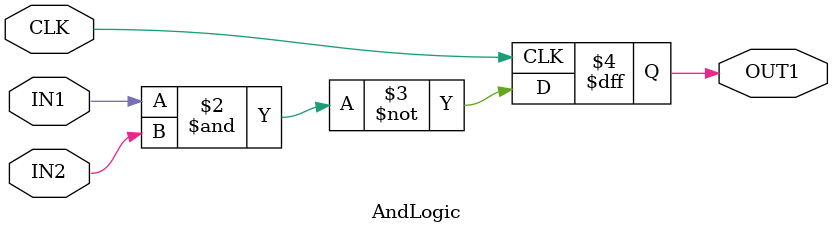
<source format=v>
`timescale 1ns / 1ps


module AndLogic(
    input CLK,
    input IN1,
    input IN2,
    output reg OUT1
    );
    always@(posedge CLK)
        OUT1 <= ~(IN1&IN2);
endmodule

</source>
